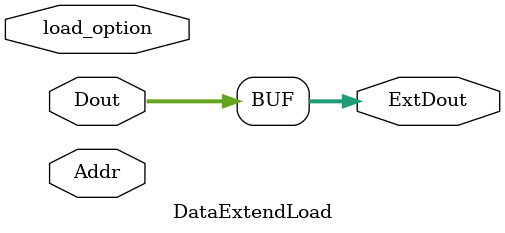
<source format=v>
`timescale 1ns / 1ns


module DataExtendLoad(
    input [31:0] Dout,
    input [31:0] Addr,
    input [2:0] load_option,
    output [31:0] ExtDout
    );

    assign ExtDout = Dout;
endmodule

</source>
